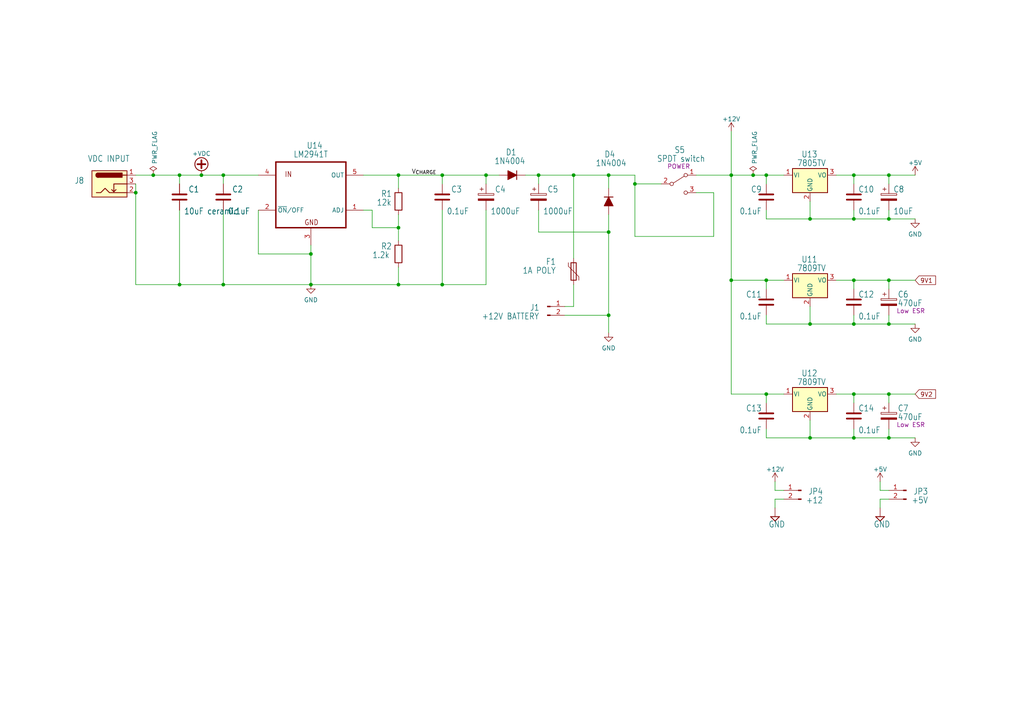
<source format=kicad_sch>
(kicad_sch (version 20211123) (generator eeschema)
  (paper "A4")
  (title_block (title "Power supply") (date "2022-08-01") (rev "1.3-Chi"))
  (lib_symbols
    (symbol "Connector:Barrel_Jack_Switch" (pin_names hide)
      (property "Reference" "J" (at 0 5.334 0))
      (property "Value" "Barrel_Jack_Switch" (at 0 -5.08 0))
      (symbol "Barrel_Jack_Switch_0_1"
        (rectangle (start -5.08 3.81) (end 5.08 -3.81) (stroke (width 0.254)) (fill (type background)))
        (arc (start -3.302 3.175) (mid -3.937 2.54) (end -3.302 1.905) (stroke (width 0.254)))
        (arc (start -3.302 3.175) (mid -3.937 2.54) (end -3.302 1.905) (stroke (width 0.254)) (fill (type outline)))
        (polyline (pts (xy 1.27 -2.286) (xy 1.905 -1.651)) (stroke (width 0.254)))
        (polyline (pts (xy 5.08 2.54) (xy 3.81 2.54)) (stroke (width 0.254)))
        (polyline (pts (xy 5.08 0) (xy 1.27 0) (xy 1.27 -2.286) (xy 0.635 -1.651)) (stroke (width 0.254)))
        (polyline (pts (xy -3.81 -2.54) (xy -2.54 -2.54) (xy -1.27 -1.27) (xy 0 -2.54) (xy 2.54 -2.54) (xy 5.08 -2.54)) (stroke (width 0.254)))
        (rectangle (start 3.683 3.175) (end -3.302 1.905) (stroke (width 0.254)) (fill (type outline)))
      )
      (symbol "Barrel_Jack_Switch_1_1"
        (pin passive line (at 7.62 2.54 180) (length 2.54) (name "~") (number "1"))
        (pin passive line (at 7.62 -2.54 180) (length 2.54) (name "~") (number "2"))
        (pin passive line (at 7.62 0 180) (length 2.54) (name "~") (number "3"))
      )
    )
    (symbol "Connector:Conn_01x02_Male" (pin_names (offset 1.016) hide)
      (property "Reference" "J" (at 0 2.54 0))
      (property "Value" "Conn_01x02_Male" (at 0 -5.08 0))
      (symbol "Conn_01x02_Male_1_1"
        (polyline (pts (xy 1.27 -2.54) (xy 0.8636 -2.54)) (stroke (width 0.1524)))
        (polyline (pts (xy 1.27 0) (xy 0.8636 0)) (stroke (width 0.1524)))
        (rectangle (start 0.8636 -2.413) (end 0 -2.667) (stroke (width 0.1524)) (fill (type outline)))
        (rectangle (start 0.8636 0.127) (end 0 -0.127) (stroke (width 0.1524)) (fill (type outline)))
        (pin passive line (at 5.08 0 180) (length 3.81) (name "Pin_1") (number "1"))
        (pin passive line (at 5.08 -2.54 180) (length 3.81) (name "Pin_2") (number "2"))
      )
    )
    (symbol "Device:C" (pin_numbers hide) (pin_names (offset 0.254))
      (property "Reference" "C" (at 0.635 2.54 0))
      (property "Value" "C" (at 0.635 -2.54 0))
      (symbol "C_0_1"
        (polyline (pts (xy -2.032 -0.762) (xy 2.032 -0.762)) (stroke (width 0.508)))
        (polyline (pts (xy -2.032 0.762) (xy 2.032 0.762)) (stroke (width 0.508)))
      )
      (symbol "C_1_1"
        (pin passive line (at 0 3.81 270) (length 2.794) (name "~") (number "1"))
        (pin passive line (at 0 -3.81 90) (length 2.794) (name "~") (number "2"))
      )
    )
    (symbol "Device:C_Polarized" (pin_numbers hide) (pin_names (offset 0.254))
      (property "Reference" "C" (at 0.635 2.54 0))
      (property "Value" "C_Polarized" (at 0.635 -2.54 0))
      (symbol "C_Polarized_0_1"
        (rectangle (start -2.286 0.508) (end 2.286 1.016))
        (polyline (pts (xy -1.778 2.286) (xy -0.762 2.286)))
        (polyline (pts (xy -1.27 2.794) (xy -1.27 1.778)))
        (rectangle (start 2.286 -0.508) (end -2.286 -1.016) (fill (type outline)))
      )
      (symbol "C_Polarized_1_1"
        (pin passive line (at 0 3.81 270) (length 2.794) (name "~") (number "1"))
        (pin passive line (at 0 -3.81 90) (length 2.794) (name "~") (number "2"))
      )
    )
    (symbol "Device:D_Filled" (pin_numbers hide) (pin_names (offset 1.016) hide)
      (property "Reference" "D" (at 0 2.54 0))
      (property "Value" "D_Filled" (at 0 -2.54 0))
      (symbol "D_Filled_0_1"
        (polyline (pts (xy -1.27 1.27) (xy -1.27 -1.27)) (stroke (width 0.254)))
        (polyline (pts (xy 1.27 0) (xy -1.27 0)))
        (polyline (pts (xy 1.27 1.27) (xy 1.27 -1.27) (xy -1.27 0) (xy 1.27 1.27)) (stroke (width 0.254)) (fill (type outline)))
      )
      (symbol "D_Filled_1_1"
        (pin passive line (at -3.81 0 0) (length 2.54) (name "K") (number "1"))
        (pin passive line (at 3.81 0 180) (length 2.54) (name "A") (number "2"))
      )
    )
    (symbol "Device:Polyfuse" (pin_numbers hide) (pin_names (offset 0))
      (property "Reference" "F" (at -2.54 0 90))
      (property "Value" "Polyfuse" (at 2.54 0 90))
      (symbol "Polyfuse_0_1"
        (rectangle (start -0.762 2.54) (end 0.762 -2.54) (stroke (width 0.254)))
        (polyline (pts (xy 0 2.54) (xy 0 -2.54)))
        (polyline (pts (xy -1.524 2.54) (xy -1.524 1.524) (xy 1.524 -1.524) (xy 1.524 -2.54)))
      )
      (symbol "Polyfuse_1_1"
        (pin passive line (at 0 3.81 270) (length 1.27) (name "~") (number "1"))
        (pin passive line (at 0 -3.81 90) (length 1.27) (name "~") (number "2"))
      )
    )
    (symbol "Device:R" (pin_numbers hide) (pin_names (offset 0))
      (property "Reference" "R" (at 2.032 0 90))
      (property "Value" "R" (at 0 0 90))
      (symbol "R_0_1"
        (rectangle (start -1.016 -2.54) (end 1.016 2.54) (stroke (width 0.254)))
      )
      (symbol "R_1_1"
        (pin passive line (at 0 3.81 270) (length 1.27) (name "~") (number "1"))
        (pin passive line (at 0 -3.81 90) (length 1.27) (name "~") (number "2"))
      )
    )
    (symbol "Regulator_Linear:LM7805_TO220" (pin_names (offset 0.254))
      (property "Reference" "U" (at -3.81 3.175 0))
      (property "Value" "LM7805_TO220" (at 0 3.175 0))
      (symbol "LM7805_TO220_0_1"
        (rectangle (start -5.08 1.905) (end 5.08 -5.08) (stroke (width 0.254)) (fill (type background)))
      )
      (symbol "LM7805_TO220_1_1"
        (pin power_in line (at -7.62 0 0) (length 2.54) (name "VI") (number "1"))
        (pin power_in line (at 0 -7.62 90) (length 2.54) (name "GND") (number "2"))
        (pin power_out line (at 7.62 0 180) (length 2.54) (name "VO") (number "3"))
      )
    )
    (symbol "Regulator_Linear:LM7809_TO220" (pin_names (offset 0.254))
      (property "Reference" "U" (at -3.81 3.175 0))
      (property "Value" "LM7809_TO220" (at 0 3.175 0))
      (symbol "LM7809_TO220_0_1"
        (rectangle (start -5.08 1.905) (end 5.08 -5.08) (stroke (width 0.254)) (fill (type background)))
      )
      (symbol "LM7809_TO220_1_1"
        (pin power_in line (at -7.62 0 0) (length 2.54) (name "VI") (number "1"))
        (pin power_in line (at 0 -7.62 90) (length 2.54) (name "GND") (number "2"))
        (pin power_out line (at 7.62 0 180) (length 2.54) (name "VO") (number "3"))
      )
    )
    (symbol "Switch:SW_SPDT" (pin_names (offset 0) hide)
      (property "Reference" "SW" (at 0 4.318 0))
      (property "Value" "SW_SPDT" (at 0 -5.08 0))
      (symbol "SW_SPDT_0_0"
        (circle (center -2.032 0) (radius 0.508))
        (circle (center 2.032 -2.54) (radius 0.508))
      )
      (symbol "SW_SPDT_0_1"
        (polyline (pts (xy -1.524 0.254) (xy 1.651 2.286)))
        (circle (center 2.032 2.54) (radius 0.508))
      )
      (symbol "SW_SPDT_1_1"
        (pin passive line (at 5.08 2.54 180) (length 2.54) (name "A") (number "1"))
        (pin passive line (at -5.08 0 0) (length 2.54) (name "B") (number "2"))
        (pin passive line (at 5.08 -2.54 180) (length 2.54) (name "C") (number "3"))
      )
    )
    (symbol "mk312-eagle-import:GND" (power)
      (property "Value" "GND" (at -1.905 -3.175 0))
      (symbol "GND_1_0"
        (polyline (pts (xy -1.27 0) (xy 1.27 0)) (stroke (width 0.254)))
        (polyline (pts (xy 0 -1.27) (xy -1.27 0)) (stroke (width 0.254)))
        (polyline (pts (xy 1.27 0) (xy 0 -1.27)) (stroke (width 0.254)))
        (pin power_in line (at 0 2.54 270) (length 2.54) (name "GND") (number "1"))
      )
    )
    (symbol "mk312-eagle-import:LM2941T"
      (property "Reference" "U" (at 0 10.795 0))
      (property "Value" "LM2941T" (at 2.54 -12.7 0))
      (symbol "LM2941T_1_0"
        (polyline (pts (xy -10.16 -10.16) (xy -10.16 8.89)) (stroke (width 0.4064)))
        (polyline (pts (xy -10.16 8.89) (xy 10.16 8.89)) (stroke (width 0.4064)))
        (polyline (pts (xy 10.16 -10.16) (xy -10.16 -10.16)) (stroke (width 0.4064)))
        (polyline (pts (xy 10.16 8.89) (xy 10.16 -10.16)) (stroke (width 0.4064)))
        (text "GND" (at -1.905 -9.525 0) (effects (font (size 1.524 1.2954)) (justify left bottom)))
        (text "IN" (at -7.62 4.445 0) (effects (font (size 1.524 1.2954)) (justify left bottom)))
        (pin passive line (at 15.24 -5.08 180) (length 5.08) (name "ADJ") (number "1"))
        (pin input line (at -15.24 -5.08 0) (length 5.08) (name "~{ON}/OFF") (number "2"))
        (pin power_in line (at 0 -15.24 90) (length 5.08) (name "GND") (number "3"))
        (pin passive line (at -15.24 5.08 0) (length 5.08) (name "IN") (number "4"))
        (pin passive line (at 15.24 5.08 180) (length 5.08) (name "OUT") (number "5"))
      )
    )
    (symbol "power:+12V" (power) (pin_names (offset 0))
      (property "Value" "+12V" (at 0 3.556 0))
      (symbol "+12V_0_1"
        (polyline (pts (xy -0.762 1.27) (xy 0 2.54)))
        (polyline (pts (xy 0 0) (xy 0 2.54)))
        (polyline (pts (xy 0 2.54) (xy 0.762 1.27)))
      )
      (symbol "+12V_1_1"
        (pin power_in line (at 0 0 90) (length 0) hide (name "+12V") (number "1"))
      )
    )
    (symbol "power:+5V" (power) (pin_names (offset 0))
      (property "Value" "+5V" (at 0 3.556 0))
      (symbol "+5V_0_1"
        (polyline (pts (xy -0.762 1.27) (xy 0 2.54)))
        (polyline (pts (xy 0 0) (xy 0 2.54)))
        (polyline (pts (xy 0 2.54) (xy 0.762 1.27)))
      )
      (symbol "+5V_1_1"
        (pin power_in line (at 0 0 90) (length 0) hide (name "+5V") (number "1"))
      )
    )
    (symbol "power:+VDC" (power) (pin_names (offset 0))
      (property "Value" "+VDC" (at 0 6.35 0))
      (symbol "+VDC_0_1"
        (polyline (pts (xy -1.143 3.175) (xy 1.143 3.175)) (stroke (width 0.508)))
        (polyline (pts (xy 0 0) (xy 0 1.27)))
        (polyline (pts (xy 0 2.032) (xy 0 4.318)) (stroke (width 0.508)))
        (circle (center 0 3.175) (radius 1.905) (stroke (width 0.254)))
      )
      (symbol "+VDC_1_1"
        (pin power_in line (at 0 0 90) (length 0) hide (name "+VDC") (number "1"))
      )
    )
    (symbol "power:GND" (power) (pin_names (offset 0))
      (property "Value" "GND" (at 0 -3.81 0))
      (symbol "GND_0_1"
        (polyline (pts (xy 0 0) (xy 0 -1.27) (xy 1.27 -1.27) (xy 0 -2.54) (xy -1.27 -1.27) (xy 0 -1.27)))
      )
      (symbol "GND_1_1"
        (pin power_in line (at 0 0 270) (length 0) hide (name "GND") (number "1"))
      )
    )
    (symbol "power:PWR_FLAG" (power) (pin_numbers hide) (pin_names (offset 0) hide)
      (property "Value" "PWR_FLAG" (at 0 3.81 0))
      (symbol "PWR_FLAG_0_0"
        (pin power_out line (at 0 0 90) (length 0) (name "pwr") (number "1"))
      )
      (symbol "PWR_FLAG_0_1"
        (polyline (pts (xy 0 0) (xy 0 1.27) (xy -1.016 1.905) (xy 0 2.54) (xy 1.016 1.905) (xy 0 1.27)))
      )
    )
  )
  (junction (at 39.37 55.88))
  (junction (at 128.27 50.8))
  (junction (at 222.25 114.3))
  (junction (at 247.65 81.28))
  (junction (at 115.57 66.04))
  (junction (at 234.95 63.5))
  (junction (at 44.45 50.8))
  (junction (at 218.44 50.8))
  (junction (at 128.27 82.55))
  (junction (at 58.42 50.8))
  (junction (at 166.37 50.8))
  (junction (at 156.21 50.8))
  (junction (at 212.09 81.28))
  (junction (at 222.25 81.28))
  (junction (at 140.97 50.8))
  (junction (at 247.65 114.3))
  (junction (at 247.65 127))
  (junction (at 64.77 82.55))
  (junction (at 257.81 114.3))
  (junction (at 115.57 50.8))
  (junction (at 176.53 67.31))
  (junction (at 257.81 63.5))
  (junction (at 247.65 63.5))
  (junction (at 176.53 91.44))
  (junction (at 115.57 82.55))
  (junction (at 184.15 53.34))
  (junction (at 90.17 82.55))
  (junction (at 257.81 127))
  (junction (at 234.95 127))
  (junction (at 257.81 50.8))
  (junction (at 176.53 50.8))
  (junction (at 234.95 93.98))
  (junction (at 52.07 82.55))
  (junction (at 64.77 50.8))
  (junction (at 247.65 50.8))
  (junction (at 212.09 50.8))
  (junction (at 52.07 50.8))
  (junction (at 257.81 93.98))
  (junction (at 222.25 50.8))
  (junction (at 257.81 81.28))
  (junction (at 247.65 93.98))
  (junction (at 90.17 73.66))
  (wire (pts (xy 247.65 53.34) (xy 247.65 50.8)))
  (wire (pts (xy 176.53 67.31) (xy 176.53 91.44)))
  (wire (pts (xy 115.57 50.8) (xy 128.27 50.8)))
  (wire (pts (xy 201.93 50.8) (xy 212.09 50.8)))
  (wire (pts (xy 247.65 83.82) (xy 247.65 81.28)))
  (wire (pts (xy 247.65 124.46) (xy 247.65 127)))
  (wire (pts (xy 227.33 142.24) (xy 224.79 142.24)))
  (wire (pts (xy 247.65 116.84) (xy 247.65 114.3)))
  (wire (pts (xy 140.97 50.8) (xy 144.78 50.8)))
  (wire (pts (xy 242.57 81.28) (xy 247.65 81.28)))
  (wire (pts (xy 222.25 53.34) (xy 222.25 50.8)))
  (wire (pts (xy 52.07 50.8) (xy 44.45 50.8)))
  (wire (pts (xy 257.81 53.34) (xy 257.81 50.8)))
  (wire (pts (xy 212.09 38.1) (xy 212.09 50.8)))
  (wire (pts (xy 52.07 60.96) (xy 52.07 82.55)))
  (wire (pts (xy 115.57 66.04) (xy 115.57 69.85)))
  (wire (pts (xy 222.25 63.5) (xy 222.25 60.96)))
  (wire (pts (xy 128.27 50.8) (xy 140.97 50.8)))
  (wire (pts (xy 222.25 81.28) (xy 212.09 81.28)))
  (wire (pts (xy 191.77 53.34) (xy 184.15 53.34)))
  (wire (pts (xy 257.81 50.8) (xy 265.43 50.8)))
  (wire (pts (xy 166.37 82.55) (xy 166.37 88.9)))
  (wire (pts (xy 265.43 63.5) (xy 257.81 63.5)))
  (wire (pts (xy 74.93 73.66) (xy 90.17 73.66)))
  (wire (pts (xy 64.77 50.8) (xy 58.42 50.8)))
  (wire (pts (xy 257.81 81.28) (xy 265.43 81.28)))
  (wire (pts (xy 207.01 55.88) (xy 207.01 68.58)))
  (wire (pts (xy 156.21 67.31) (xy 176.53 67.31)))
  (wire (pts (xy 207.01 68.58) (xy 184.15 68.58)))
  (wire (pts (xy 52.07 53.34) (xy 52.07 50.8)))
  (wire (pts (xy 247.65 50.8) (xy 257.81 50.8)))
  (wire (pts (xy 128.27 82.55) (xy 140.97 82.55)))
  (wire (pts (xy 257.81 114.3) (xy 265.43 114.3)))
  (wire (pts (xy 222.25 81.28) (xy 227.33 81.28)))
  (wire (pts (xy 90.17 73.66) (xy 90.17 82.55)))
  (wire (pts (xy 265.43 93.98) (xy 257.81 93.98)))
  (wire (pts (xy 39.37 53.34) (xy 39.37 55.88)))
  (wire (pts (xy 222.25 93.98) (xy 222.25 91.44)))
  (wire (pts (xy 247.65 91.44) (xy 247.65 93.98)))
  (wire (pts (xy 234.95 93.98) (xy 222.25 93.98)))
  (wire (pts (xy 242.57 114.3) (xy 247.65 114.3)))
  (wire (pts (xy 234.95 127) (xy 247.65 127)))
  (wire (pts (xy 222.25 114.3) (xy 227.33 114.3)))
  (wire (pts (xy 74.93 50.8) (xy 64.77 50.8)))
  (wire (pts (xy 64.77 82.55) (xy 64.77 60.96)))
  (wire (pts (xy 222.25 127) (xy 222.25 124.46)))
  (wire (pts (xy 156.21 50.8) (xy 166.37 50.8)))
  (wire (pts (xy 90.17 82.55) (xy 64.77 82.55)))
  (wire (pts (xy 247.65 127) (xy 257.81 127)))
  (wire (pts (xy 128.27 53.34) (xy 128.27 50.8)))
  (wire (pts (xy 52.07 82.55) (xy 64.77 82.55)))
  (wire (pts (xy 212.09 81.28) (xy 212.09 114.3)))
  (wire (pts (xy 234.95 58.42) (xy 234.95 63.5)))
  (wire (pts (xy 257.81 83.82) (xy 257.81 81.28)))
  (wire (pts (xy 255.27 147.32) (xy 255.27 144.78)))
  (wire (pts (xy 90.17 82.55) (xy 115.57 82.55)))
  (wire (pts (xy 115.57 62.23) (xy 115.57 66.04)))
  (wire (pts (xy 163.83 88.9) (xy 166.37 88.9)))
  (wire (pts (xy 176.53 50.8) (xy 166.37 50.8)))
  (wire (pts (xy 257.81 91.44) (xy 257.81 93.98)))
  (wire (pts (xy 140.97 60.96) (xy 140.97 82.55)))
  (wire (pts (xy 115.57 50.8) (xy 115.57 54.61)))
  (wire (pts (xy 163.83 91.44) (xy 176.53 91.44)))
  (wire (pts (xy 257.81 63.5) (xy 247.65 63.5)))
  (wire (pts (xy 176.53 62.23) (xy 176.53 67.31)))
  (wire (pts (xy 64.77 53.34) (xy 64.77 50.8)))
  (wire (pts (xy 212.09 114.3) (xy 222.25 114.3)))
  (wire (pts (xy 257.81 93.98) (xy 247.65 93.98)))
  (wire (pts (xy 257.81 116.84) (xy 257.81 114.3)))
  (wire (pts (xy 234.95 127) (xy 222.25 127)))
  (wire (pts (xy 222.25 50.8) (xy 227.33 50.8)))
  (wire (pts (xy 247.65 93.98) (xy 234.95 93.98)))
  (wire (pts (xy 255.27 139.7) (xy 255.27 142.24)))
  (wire (pts (xy 44.45 50.8) (xy 39.37 50.8)))
  (wire (pts (xy 156.21 53.34) (xy 156.21 50.8)))
  (wire (pts (xy 184.15 68.58) (xy 184.15 53.34)))
  (wire (pts (xy 184.15 53.34) (xy 184.15 50.8)))
  (wire (pts (xy 201.93 55.88) (xy 207.01 55.88)))
  (wire (pts (xy 257.81 60.96) (xy 257.81 63.5)))
  (wire (pts (xy 222.25 50.8) (xy 218.44 50.8)))
  (wire (pts (xy 115.57 77.47) (xy 115.57 82.55)))
  (wire (pts (xy 255.27 142.24) (xy 257.81 142.24)))
  (wire (pts (xy 166.37 50.8) (xy 166.37 74.93)))
  (wire (pts (xy 224.79 139.7) (xy 224.79 142.24)))
  (wire (pts (xy 247.65 81.28) (xy 257.81 81.28)))
  (wire (pts (xy 222.25 116.84) (xy 222.25 114.3)))
  (wire (pts (xy 107.95 60.96) (xy 107.95 66.04)))
  (wire (pts (xy 242.57 50.8) (xy 247.65 50.8)))
  (wire (pts (xy 222.25 83.82) (xy 222.25 81.28)))
  (wire (pts (xy 234.95 121.92) (xy 234.95 127)))
  (wire (pts (xy 176.53 54.61) (xy 176.53 50.8)))
  (wire (pts (xy 257.81 114.3) (xy 247.65 114.3)))
  (wire (pts (xy 255.27 144.78) (xy 257.81 144.78)))
  (wire (pts (xy 58.42 50.8) (xy 52.07 50.8)))
  (wire (pts (xy 128.27 60.96) (xy 128.27 82.55)))
  (wire (pts (xy 218.44 50.8) (xy 212.09 50.8)))
  (wire (pts (xy 234.95 88.9) (xy 234.95 93.98)))
  (wire (pts (xy 115.57 82.55) (xy 128.27 82.55)))
  (wire (pts (xy 107.95 66.04) (xy 115.57 66.04)))
  (wire (pts (xy 257.81 124.46) (xy 257.81 127)))
  (wire (pts (xy 184.15 50.8) (xy 176.53 50.8)))
  (wire (pts (xy 90.17 73.66) (xy 90.17 71.12)))
  (wire (pts (xy 39.37 82.55) (xy 52.07 82.55)))
  (wire (pts (xy 105.41 60.96) (xy 107.95 60.96)))
  (wire (pts (xy 227.33 144.78) (xy 224.79 144.78)))
  (wire (pts (xy 140.97 50.8) (xy 140.97 53.34)))
  (wire (pts (xy 234.95 63.5) (xy 222.25 63.5)))
  (wire (pts (xy 257.81 127) (xy 265.43 127)))
  (wire (pts (xy 176.53 91.44) (xy 176.53 96.52)))
  (wire (pts (xy 212.09 50.8) (xy 212.09 81.28)))
  (wire (pts (xy 74.93 60.96) (xy 74.93 73.66)))
  (wire (pts (xy 152.4 50.8) (xy 156.21 50.8)))
  (wire (pts (xy 156.21 60.96) (xy 156.21 67.31)))
  (wire (pts (xy 247.65 60.96) (xy 247.65 63.5)))
  (wire (pts (xy 39.37 55.88) (xy 39.37 82.55)))
  (wire (pts (xy 105.41 50.8) (xy 115.57 50.8)))
  (wire (pts (xy 224.79 144.78) (xy 224.79 147.32)))
  (wire (pts (xy 247.65 63.5) (xy 234.95 63.5)))
  (label "V_{CHARGE}" (at 119.38 50.8 0))
  (global_label "9V2" (shape input) (at 265.43 114.3 0) (property "Intersheet References" "${INTERSHEET_REFS}" (effects hide)))
  (global_label "9V1" (shape input) (at 265.43 81.28 0) (property "Intersheet References" "${INTERSHEET_REFS}" (effects hide)))
  (symbol (lib_id "power:GND") (at 90.17 82.55 0) (unit 1)
    (property "Reference" "#PWR0113" (effects hide))
    (property "Value" "GND" (at 90.17 86.9934 0))
  )
  (symbol (lib_id "Connector:Conn_01x02_Male") (at 158.75 88.9 0) (unit 1)
    (property "Reference" "J1" (at 153.67 90.17 0) (effects (font (size 1.778 1.5113)) (justify left bottom)))
    (property "Value" "+12V BATTERY" (at 139.7 92.71 0) (effects (font (size 1.778 1.5113)) (justify left bottom)))
    (property "Footprint" "mk312:DEANS" (effects hide))
  )
  (symbol (lib_id "mk312-eagle-import:GND") (at 255.27 149.86 0) (unit 1)
    (property "Reference" "#GND095" (effects hide))
    (property "Value" "GND" (at 253.365 153.035 0) (effects (font (size 1.778 1.5113)) (justify left bottom)))
    (property "Footprint" "mk312:" (effects hide))
  )
  (symbol (lib_id "Device:D_Filled") (at 148.59 50.8 180) (unit 1)
    (property "Reference" "D1" (at 149.86 43.18 0) (effects (font (size 1.778 1.5113)) (justify left bottom)))
    (property "Value" "1N4004" (at 152.4 45.72 0) (effects (font (size 1.778 1.5113)) (justify left bottom)))
    (property "Footprint" "Diode_THT:D_DO-41_SOD81_P10.16mm_Horizontal" (effects hide))
  )
  (symbol (lib_id "Device:C_Polarized") (at 257.81 120.65 0) (unit 1)
    (property "Reference" "C7" (at 260.35 119.38 0) (effects (font (size 1.778 1.5113)) (justify left bottom)))
    (property "Value" "470uF" (at 260.35 121.92 0) (effects (font (size 1.778 1.5113)) (justify left bottom)))
    (property "Footprint" "Capacitor_THT:CP_Radial_D8.0mm_P3.50mm" (effects hide))
    (property "Comment" "Low ESR" (at 264.16 123.19 0))
  )
  (symbol (lib_id "power:GND") (at 176.53 96.52 0) (unit 1)
    (property "Reference" "#PWR0112" (effects hide))
    (property "Value" "GND" (at 176.53 100.9634 0))
  )
  (symbol (lib_id "mk312-eagle-import:GND") (at 224.79 149.86 0) (unit 1)
    (property "Reference" "#GND096" (effects hide))
    (property "Value" "GND" (at 222.885 153.035 0) (effects (font (size 1.778 1.5113)) (justify left bottom)))
    (property "Footprint" "mk312:" (effects hide))
  )
  (symbol (lib_id "Switch:SW_SPDT") (at 196.85 53.34 0) (unit 1)
    (property "Reference" "S5" (at 195.58 44.45 0) (effects (font (size 1.778 1.5113)) (justify left bottom)))
    (property "Value" "SPDT switch" (at 190.5 46.99 0) (effects (font (size 1.778 1.5113)) (justify left bottom)))
    (property "Footprint" "mk312:LPV-1" (effects hide))
    (property "Function" "POWER" (at 196.85 48.26 0))
  )
  (symbol (lib_id "Device:C_Polarized") (at 140.97 57.15 0) (unit 1)
    (property "Reference" "C4" (at 143.51 55.88 0) (effects (font (size 1.778 1.5113)) (justify left bottom)))
    (property "Value" "1000uF" (at 142.24 62.23 0) (effects (font (size 1.778 1.5113)) (justify left bottom)))
    (property "Footprint" "Capacitor_THT:CP_Radial_D10.0mm_P5.00mm" (effects hide))
  )
  (symbol (lib_id "power:+12V") (at 212.09 38.1 0) (unit 1)
    (property "Reference" "#PWR0117" (effects hide))
    (property "Value" "+12V" (at 212.09 34.5242 0))
  )
  (symbol (lib_id "power:+12V") (at 224.79 139.7 0) (unit 1)
    (property "Reference" "#PWR0122" (effects hide))
    (property "Value" "+12V" (at 224.79 136.1242 0))
  )
  (symbol (lib_id "Device:Polyfuse") (at 166.37 78.74 180) (unit 1)
    (property "Reference" "F1" (at 161.29 74.93 0) (effects (font (size 1.778 1.5113)) (justify left bottom)))
    (property "Value" "1A POLY" (at 161.29 77.47 0) (effects (font (size 1.778 1.5113)) (justify left bottom)))
    (property "Footprint" "Fuse:Fuse_Littelfuse-LVR100" (effects hide))
  )
  (symbol (lib_id "power:PWR_FLAG") (at 218.44 50.8 0) (unit 1)
    (property "Reference" "#FLG0102" (effects hide))
    (property "Value" "PWR_FLAG" (at 218.8738 47.625 90) (effects (justify left)))
  )
  (symbol (lib_id "Device:C") (at 64.77 57.15 0) (unit 1)
    (property "Reference" "C2" (at 67.31 55.88 0) (effects (font (size 1.778 1.5113)) (justify left bottom)))
    (property "Value" "0.1uF" (at 66.04 62.23 0) (effects (font (size 1.778 1.5113)) (justify left bottom)))
    (property "Footprint" "Capacitor_THT:C_Disc_D3.0mm_W1.6mm_P2.50mm" (effects hide))
  )
  (symbol (lib_id "power:PWR_FLAG") (at 44.45 50.8 0) (unit 1)
    (property "Reference" "#FLG0101" (effects hide))
    (property "Value" "PWR_FLAG" (at 44.8838 47.625 90) (effects (justify left)))
  )
  (symbol (lib_id "power:+VDC") (at 58.42 50.8 0) (unit 1)
    (property "Reference" "#PWR0114" (effects hide))
    (property "Value" "+VDC" (at 58.42 44.5572 0))
  )
  (symbol (lib_id "Connector:Barrel_Jack_Switch") (at 31.75 53.34 0) (unit 1)
    (property "Reference" "J8" (at 21.59 53.34 0) (effects (font (size 1.778 1.5113)) (justify left bottom)))
    (property "Value" "VDC INPUT" (at 25.4 46.99 0) (effects (font (size 1.778 1.5113)) (justify left bottom)))
    (property "Footprint" "Connector_BarrelJack:BarrelJack_CUI_PJ-102AH_Horizontal" (effects hide))
  )
  (symbol (lib_id "Device:C") (at 247.65 57.15 0) (unit 1)
    (property "Reference" "C10" (at 248.92 55.88 0) (effects (font (size 1.778 1.5113)) (justify left bottom)))
    (property "Value" "0.1uF" (at 248.92 62.23 0) (effects (font (size 1.778 1.5113)) (justify left bottom)))
    (property "Footprint" "Capacitor_THT:C_Disc_D3.0mm_W1.6mm_P2.50mm" (effects hide))
  )
  (symbol (lib_id "Device:R") (at 115.57 58.42 0) (unit 1)
    (property "Reference" "R1" (at 110.49 57.15 0) (effects (font (size 1.778 1.5113)) (justify left bottom)))
    (property "Value" "12k" (at 109.22 59.69 0) (effects (font (size 1.778 1.5113)) (justify left bottom)))
    (property "Footprint" "Resistor_THT:R_Axial_DIN0207_L6.3mm_D2.5mm_P10.16mm_Horizontal" (effects hide))
  )
  (symbol (lib_id "Device:C_Polarized") (at 257.81 57.15 0) (unit 1)
    (property "Reference" "C8" (at 259.08 55.88 0) (effects (font (size 1.778 1.5113)) (justify left bottom)))
    (property "Value" "10uF" (at 259.08 62.23 0) (effects (font (size 1.778 1.5113)) (justify left bottom)))
    (property "Footprint" "Capacitor_THT:CP_Radial_D6.3mm_P2.50mm" (effects hide))
  )
  (symbol (lib_id "power:GND") (at 265.43 127 0) (unit 1)
    (property "Reference" "#PWR0120" (effects hide))
    (property "Value" "GND" (at 265.43 131.4434 0))
  )
  (symbol (lib_id "Connector:Conn_01x02_Male") (at 232.41 142.24 0) (mirror y) (unit 1)
    (property "Reference" "JP4" (at 238.76 143.51 0) (effects (font (size 1.778 1.5113)) (justify left bottom)))
    (property "Value" "+12" (at 238.76 146.05 0) (effects (font (size 1.778 1.5113)) (justify left bottom)))
    (property "Footprint" "Connector_PinHeader_2.54mm:PinHeader_1x02_P2.54mm_Vertical" (effects hide))
  )
  (symbol (lib_id "Regulator_Linear:LM7805_TO220") (at 234.95 50.8 0) (unit 1)
    (property "Reference" "U13" (at 232.41 45.72 0) (effects (font (size 1.778 1.5113)) (justify left bottom)))
    (property "Value" "7805TV" (at 231.14 48.26 0) (effects (font (size 1.778 1.5113)) (justify left bottom)))
    (property "Footprint" "Package_TO_SOT_THT:TO-220-3_Vertical" (effects hide))
    (property "Datasheet" "https://www.onsemi.cn/PowerSolutions/document/MC7800-D.PDF" (effects hide))
  )
  (symbol (lib_id "power:GND") (at 265.43 93.98 0) (unit 1)
    (property "Reference" "#PWR0119" (effects hide))
    (property "Value" "GND" (at 265.43 98.4234 0))
  )
  (symbol (lib_id "Device:C") (at 52.07 57.15 0) (unit 1)
    (property "Reference" "C1" (at 54.61 55.88 0) (effects (font (size 1.778 1.5113)) (justify left bottom)))
    (property "Value" "10uF ceramic" (at 53.34 62.23 0) (effects (font (size 1.778 1.5113)) (justify left bottom)))
    (property "Footprint" "Capacitor_THT:C_Disc_D5.0mm_W2.5mm_P2.50mm" (effects hide))
    (property "Comment" "Ceramic" (effects hide))
  )
  (symbol (lib_id "power:GND") (at 265.43 63.5 0) (unit 1)
    (property "Reference" "#PWR0118" (effects hide))
    (property "Value" "GND" (at 265.43 67.9434 0))
  )
  (symbol (lib_id "Device:D_Filled") (at 176.53 58.42 270) (unit 1)
    (property "Reference" "D4" (at 175.26 45.72 90) (effects (font (size 1.778 1.5113)) (justify left bottom)))
    (property "Value" "1N4004" (at 172.72 48.26 90) (effects (font (size 1.778 1.5113)) (justify left bottom)))
    (property "Footprint" "Diode_THT:D_DO-41_SOD81_P10.16mm_Horizontal" (effects hide))
  )
  (symbol (lib_id "Regulator_Linear:LM7809_TO220") (at 234.95 114.3 0) (unit 1)
    (property "Reference" "U12" (at 232.41 109.22 0) (effects (font (size 1.778 1.5113)) (justify left bottom)))
    (property "Value" "7809TV" (at 231.14 111.76 0) (effects (font (size 1.778 1.5113)) (justify left bottom)))
    (property "Footprint" "Package_TO_SOT_THT:TO-220-3_Vertical" (effects hide))
    (property "Datasheet" "https://www.onsemi.cn/PowerSolutions/document/MC7800-D.PDF" (effects hide))
  )
  (symbol (lib_id "Device:C") (at 128.27 57.15 0) (unit 1)
    (property "Reference" "C3" (at 130.81 55.88 0) (effects (font (size 1.778 1.5113)) (justify left bottom)))
    (property "Value" "0.1uF" (at 129.54 62.23 0) (effects (font (size 1.778 1.5113)) (justify left bottom)))
    (property "Footprint" "Capacitor_THT:C_Disc_D3.0mm_W1.6mm_P2.50mm" (effects hide))
  )
  (symbol (lib_id "Regulator_Linear:LM7809_TO220") (at 234.95 81.28 0) (unit 1)
    (property "Reference" "U11" (at 232.41 76.2 0) (effects (font (size 1.778 1.5113)) (justify left bottom)))
    (property "Value" "7809TV" (at 231.14 78.74 0) (effects (font (size 1.778 1.5113)) (justify left bottom)))
    (property "Footprint" "Package_TO_SOT_THT:TO-220-3_Vertical" (effects hide))
    (property "Datasheet" "https://www.onsemi.cn/PowerSolutions/document/MC7800-D.PDF" (effects hide))
  )
  (symbol (lib_id "power:+5V") (at 255.27 139.7 0) (unit 1)
    (property "Reference" "#PWR0121" (effects hide))
    (property "Value" "+5V" (at 255.27 136.1242 0))
  )
  (symbol (lib_id "Device:C") (at 222.25 120.65 0) (mirror y) (unit 1)
    (property "Reference" "C13" (at 220.98 119.38 0) (effects (font (size 1.778 1.5113)) (justify left bottom)))
    (property "Value" "0.1uF" (at 220.98 125.73 0) (effects (font (size 1.778 1.5113)) (justify left bottom)))
    (property "Footprint" "Capacitor_THT:C_Disc_D3.0mm_W1.6mm_P2.50mm" (effects hide))
  )
  (symbol (lib_id "Device:C") (at 247.65 120.65 0) (unit 1)
    (property "Reference" "C14" (at 248.92 119.38 0) (effects (font (size 1.778 1.5113)) (justify left bottom)))
    (property "Value" "0.1uF" (at 248.92 125.73 0) (effects (font (size 1.778 1.5113)) (justify left bottom)))
    (property "Footprint" "Capacitor_THT:C_Disc_D3.0mm_W1.6mm_P2.50mm" (effects hide))
  )
  (symbol (lib_id "Device:R") (at 115.57 73.66 0) (unit 1)
    (property "Reference" "R2" (at 110.49 72.39 0) (effects (font (size 1.778 1.5113)) (justify left bottom)))
    (property "Value" "1.2k" (at 107.95 74.93 0) (effects (font (size 1.778 1.5113)) (justify left bottom)))
    (property "Footprint" "Resistor_THT:R_Axial_DIN0207_L6.3mm_D2.5mm_P10.16mm_Horizontal" (effects hide))
  )
  (symbol (lib_id "Device:C") (at 222.25 57.15 0) (mirror y) (unit 1)
    (property "Reference" "C9" (at 220.98 55.88 0) (effects (font (size 1.778 1.5113)) (justify left bottom)))
    (property "Value" "0.1uF" (at 220.98 62.23 0) (effects (font (size 1.778 1.5113)) (justify left bottom)))
    (property "Footprint" "Capacitor_THT:C_Disc_D3.0mm_W1.6mm_P2.50mm" (effects hide))
  )
  (symbol (lib_id "mk312-eagle-import:LM2941T") (at 90.17 55.88 0) (unit 1)
    (property "Reference" "U14" (at 88.9 43.18 0) (effects (font (size 1.778 1.5113)) (justify left bottom)))
    (property "Value" "LM2941T" (at 85.09 45.72 0) (effects (font (size 1.778 1.5113)) (justify left bottom)))
    (property "Footprint" "Package_TO_SOT_THT:TO-220-5_P3.4x3.7mm_StaggerOdd_Lead3.8mm_Vertical" (effects hide))
  )
  (symbol (lib_id "power:+5V") (at 265.43 50.8 0) (unit 1)
    (property "Reference" "#PWR0116" (effects hide))
    (property "Value" "+5V" (at 265.43 47.2242 0))
  )
  (symbol (lib_id "Device:C") (at 222.25 87.63 0) (mirror y) (unit 1)
    (property "Reference" "C11" (at 220.98 86.36 0) (effects (font (size 1.778 1.5113)) (justify left bottom)))
    (property "Value" "0.1uF" (at 220.98 92.71 0) (effects (font (size 1.778 1.5113)) (justify left bottom)))
    (property "Footprint" "Capacitor_THT:C_Disc_D3.0mm_W1.6mm_P2.50mm" (effects hide))
  )
  (symbol (lib_id "Device:C_Polarized") (at 156.21 57.15 0) (unit 1)
    (property "Reference" "C5" (at 158.75 55.88 0) (effects (font (size 1.778 1.5113)) (justify left bottom)))
    (property "Value" "1000uF" (at 157.48 62.23 0) (effects (font (size 1.778 1.5113)) (justify left bottom)))
    (property "Footprint" "Capacitor_THT:CP_Radial_D10.0mm_P5.00mm" (effects hide))
  )
  (symbol (lib_id "Device:C") (at 247.65 87.63 0) (unit 1)
    (property "Reference" "C12" (at 248.92 86.36 0) (effects (font (size 1.778 1.5113)) (justify left bottom)))
    (property "Value" "0.1uF" (at 248.92 92.71 0) (effects (font (size 1.778 1.5113)) (justify left bottom)))
    (property "Footprint" "Capacitor_THT:C_Disc_D3.0mm_W1.6mm_P2.50mm" (effects hide))
  )
  (symbol (lib_id "Device:C_Polarized") (at 257.81 87.63 0) (unit 1)
    (property "Reference" "C6" (at 260.35 86.36 0) (effects (font (size 1.778 1.5113)) (justify left bottom)))
    (property "Value" "470uF" (at 260.35 88.9 0) (effects (font (size 1.778 1.5113)) (justify left bottom)))
    (property "Footprint" "Capacitor_THT:CP_Radial_D8.0mm_P3.50mm" (effects hide))
    (property "Comment" "Low ESR" (at 264.16 90.17 0))
  )
  (symbol (lib_id "Connector:Conn_01x02_Male") (at 262.89 142.24 0) (mirror y) (unit 1)
    (property "Reference" "JP3" (at 269.24 143.51 0) (effects (font (size 1.778 1.5113)) (justify left bottom)))
    (property "Value" "+5V" (at 269.24 146.05 0) (effects (font (size 1.778 1.5113)) (justify left bottom)))
    (property "Footprint" "Connector_PinHeader_2.54mm:PinHeader_1x02_P2.54mm_Vertical" (effects hide))
  )
)
</source>
